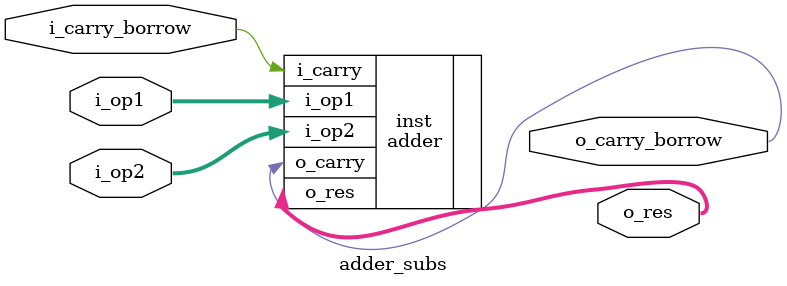
<source format=v>
`timescale 1ns/1ps
`define ADD
module adder_subs(i_op1, i_op2, i_carry_borrow, o_res, o_carry_borrow);
parameter WIDTH = 4;
input wire [WIDTH-1:0] i_op1, i_op2;
input wire i_carry_borrow;
output wire [WIDTH-1:0] o_res;
output wire o_carry_borrow;
`ifdef ADD
	adder #(.WIDTH(WIDTH)) inst(
		.i_op1(i_op1),
		.i_op2(i_op2),
		.i_carry(i_carry_borrow),
		.o_res(o_res),
		.o_carry(o_carry_borrow)
		);
`elsif SUB
	substractor #(.WIDTH(WIDTH)) inst(
			.i_op1(i_op1),
			.i_op2(i_op2),
			.i_borrow(i_carry_borrow),
			.o_res(o_res),
			.o_borrow(o_carry_borrow)
			);
`else
	$error("You must define either ADD or SUB macro!");
`endif
endmodule
</source>
